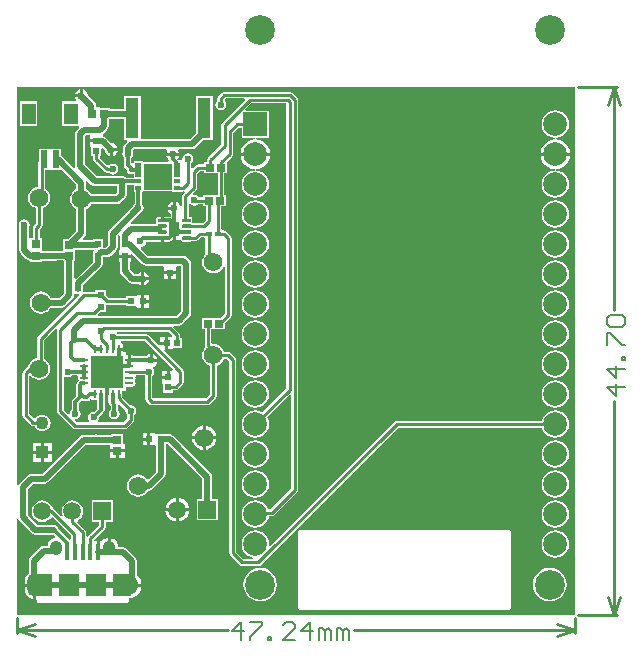
<source format=gtl>
G04*
G04 #@! TF.GenerationSoftware,Altium Limited,Altium Designer,20.0.2 (26)*
G04*
G04 Layer_Physical_Order=1*
G04 Layer_Color=255*
%FSLAX25Y25*%
%MOIN*%
G70*
G01*
G75*
%ADD15C,0.01000*%
%ADD17R,0.01968X0.01968*%
%ADD18R,0.02835X0.02717*%
%ADD19R,0.02362X0.01968*%
%ADD20R,0.01968X0.01968*%
%ADD21R,0.02756X0.02559*%
%ADD22R,0.02165X0.02362*%
%ADD23R,0.01968X0.02362*%
G04:AMPARAMS|DCode=24|XSize=9.42mil|YSize=28.7mil|CornerRadius=4.71mil|HoleSize=0mil|Usage=FLASHONLY|Rotation=90.000|XOffset=0mil|YOffset=0mil|HoleType=Round|Shape=RoundedRectangle|*
%AMROUNDEDRECTD24*
21,1,0.00942,0.01929,0,0,90.0*
21,1,0.00000,0.02870,0,0,90.0*
1,1,0.00942,0.00964,0.00000*
1,1,0.00942,0.00964,0.00000*
1,1,0.00942,-0.00964,0.00000*
1,1,0.00942,-0.00964,0.00000*
%
%ADD24ROUNDEDRECTD24*%
G04:AMPARAMS|DCode=25|XSize=28.7mil|YSize=9.42mil|CornerRadius=4.71mil|HoleSize=0mil|Usage=FLASHONLY|Rotation=90.000|XOffset=0mil|YOffset=0mil|HoleType=Round|Shape=RoundedRectangle|*
%AMROUNDEDRECTD25*
21,1,0.02870,0.00000,0,0,90.0*
21,1,0.01929,0.00942,0,0,90.0*
1,1,0.00942,0.00000,0.00964*
1,1,0.00942,0.00000,-0.00964*
1,1,0.00942,0.00000,-0.00964*
1,1,0.00942,0.00000,0.00964*
%
%ADD25ROUNDEDRECTD25*%
%ADD26R,0.00942X0.02870*%
%ADD27R,0.07087X0.07480*%
%ADD28R,0.01575X0.05315*%
%ADD29R,0.01968X0.01772*%
%ADD30C,0.01181*%
%ADD31R,0.03543X0.05118*%
%ADD32R,0.04331X0.13386*%
%ADD33R,0.01968X0.04724*%
%ADD34R,0.01968X0.01575*%
%ADD35R,0.09449X0.08701*%
%ADD36R,0.02816X0.02648*%
%ADD37R,0.02735X0.02617*%
%ADD38R,0.02648X0.02816*%
%ADD39R,0.04724X0.07087*%
%ADD40R,0.02362X0.06102*%
%ADD41R,0.02362X0.02165*%
%ADD42R,0.05858X0.07480*%
%ADD43R,0.05858X0.07480*%
%ADD47R,0.11024X0.11024*%
%ADD63C,0.06181*%
%ADD72C,0.04331*%
%ADD73R,0.04331X0.04331*%
%ADD75C,0.02000*%
%ADD76C,0.01200*%
%ADD77C,0.00600*%
%ADD78R,0.05906X0.05906*%
%ADD79C,0.05906*%
%ADD80O,0.04134X0.04921*%
%ADD81O,0.04523X0.07480*%
%ADD82O,0.04523X0.06080*%
%ADD83R,0.07874X0.07874*%
%ADD84C,0.07874*%
%ADD85C,0.09911*%
%ADD86C,0.02362*%
G36*
X286000Y500000D02*
Y324000D01*
X100000Y324000D01*
Y355790D01*
X100493Y355876D01*
X100847Y355346D01*
X105007Y351186D01*
X105536Y350832D01*
X106161Y350708D01*
X112252D01*
X112866Y350094D01*
X112687Y349566D01*
X112440Y349533D01*
X111694Y349224D01*
X111053Y348733D01*
X110561Y348092D01*
X110252Y347346D01*
X110204Y346981D01*
X108960D01*
X108336Y346857D01*
X107807Y346503D01*
X104483Y343179D01*
X104129Y342650D01*
X104005Y342026D01*
Y337978D01*
X103581Y337653D01*
X103059Y336972D01*
X102730Y336179D01*
X102618Y335327D01*
Y334348D01*
X105907D01*
Y333848D01*
X106407D01*
Y328948D01*
X106587Y328790D01*
Y328633D01*
X106777Y328174D01*
X107236Y327984D01*
X136764D01*
X137223Y328174D01*
X137413Y328633D01*
Y329459D01*
X138094D01*
X138554Y329649D01*
X138638Y329852D01*
X138944Y329892D01*
X139737Y330221D01*
X140419Y330744D01*
X140941Y331425D01*
X141270Y332218D01*
X141382Y333070D01*
Y333348D01*
X138093D01*
Y334349D01*
X141382D01*
Y334627D01*
X141270Y335479D01*
X140941Y336272D01*
X140419Y336953D01*
X139995Y337278D01*
Y342026D01*
X139871Y342650D01*
X139517Y343179D01*
X136671Y346026D01*
X136142Y346379D01*
X135517Y346503D01*
X133853D01*
Y346545D01*
X133748Y347346D01*
X133439Y348092D01*
X132947Y348733D01*
X132307Y349224D01*
X131561Y349533D01*
X131260Y349573D01*
Y346152D01*
X130260D01*
Y349573D01*
X129959Y349533D01*
X129213Y349224D01*
X128572Y348733D01*
X128417Y348530D01*
X127618D01*
Y344872D01*
X126618D01*
Y348530D01*
X125849D01*
X125751Y349029D01*
X129293Y352572D01*
X129536Y352936D01*
X129622Y353365D01*
X129622Y353365D01*
Y354947D01*
X132053D01*
Y362053D01*
X124947D01*
Y354947D01*
X127378D01*
Y353830D01*
X123766Y350217D01*
X123622Y350001D01*
X123122Y350153D01*
Y351500D01*
X123122Y351500D01*
X123036Y351929D01*
X122793Y352293D01*
X122793Y352293D01*
X120184Y354902D01*
X120246Y355213D01*
X120351Y355442D01*
X121034Y355966D01*
X121603Y356708D01*
X121961Y357573D01*
X122083Y358500D01*
X121961Y359427D01*
X121603Y360292D01*
X121034Y361034D01*
X120292Y361603D01*
X119427Y361961D01*
X118500Y362083D01*
X117573Y361961D01*
X116708Y361603D01*
X115966Y361034D01*
X115397Y360292D01*
X115039Y359427D01*
X114917Y358500D01*
X115039Y357573D01*
X115264Y357030D01*
X114840Y356746D01*
X112293Y359293D01*
X111929Y359536D01*
X111915Y359539D01*
X111603Y360292D01*
X111034Y361034D01*
X110292Y361603D01*
X109427Y361961D01*
X108500Y362083D01*
X107573Y361961D01*
X106708Y361603D01*
X105966Y361034D01*
X105397Y360292D01*
X105039Y359427D01*
X104917Y358500D01*
X105039Y357573D01*
X105397Y356708D01*
X105966Y355966D01*
X106708Y355397D01*
X107573Y355039D01*
X108500Y354917D01*
X109427Y355039D01*
X110292Y355397D01*
X111034Y355966D01*
X111341Y356366D01*
X112002Y356412D01*
X118032Y350382D01*
Y349096D01*
X117532Y348889D01*
X113958Y352463D01*
X113859Y352963D01*
X113505Y353493D01*
X112976Y353846D01*
X112351Y353971D01*
X106837D01*
X103631Y357176D01*
Y365824D01*
X105426Y367619D01*
X109250D01*
X109874Y367743D01*
X110404Y368096D01*
X122987Y380680D01*
X125547D01*
X125616Y380633D01*
X126311Y380495D01*
X127006Y380633D01*
X127075Y380680D01*
X131083D01*
Y379189D01*
X133500D01*
X135917D01*
Y381047D01*
X135517D01*
Y384269D01*
X131483D01*
Y383942D01*
X127075D01*
X127006Y383989D01*
X126311Y384127D01*
X125616Y383989D01*
X125547Y383942D01*
X122311D01*
X121687Y383818D01*
X121158Y383465D01*
X108574Y370881D01*
X104750D01*
X104126Y370757D01*
X103596Y370404D01*
X100847Y367653D01*
X100493Y367124D01*
X100000Y367210D01*
Y500000D01*
X286000Y500000D01*
D02*
G37*
%LPC*%
G36*
X121000Y499124D02*
X120649Y499055D01*
X119928Y498572D01*
X119446Y497851D01*
X119376Y497500D01*
X121000D01*
Y499124D01*
D02*
G37*
G36*
X106876Y495124D02*
X100951D01*
Y486837D01*
X106876D01*
Y495124D01*
D02*
G37*
G36*
X279500Y492076D02*
X278316Y491920D01*
X277212Y491463D01*
X276264Y490736D01*
X275537Y489788D01*
X275080Y488684D01*
X274924Y487500D01*
X275080Y486316D01*
X275537Y485212D01*
X276264Y484264D01*
X277212Y483537D01*
X278316Y483080D01*
X279230Y482959D01*
X279272Y482954D01*
Y482450D01*
X279230Y482444D01*
X278211Y482310D01*
X277010Y481812D01*
X275979Y481021D01*
X275187Y479990D01*
X274690Y478789D01*
X274586Y478000D01*
X284414D01*
X284310Y478789D01*
X283812Y479990D01*
X283021Y481021D01*
X281990Y481812D01*
X280789Y482310D01*
X279770Y482444D01*
X279728Y482450D01*
Y482954D01*
X279769Y482959D01*
X280684Y483080D01*
X281788Y483537D01*
X282736Y484264D01*
X283463Y485212D01*
X283920Y486316D01*
X284076Y487500D01*
X283920Y488684D01*
X283463Y489788D01*
X282736Y490736D01*
X281788Y491463D01*
X280684Y491920D01*
X279500Y492076D01*
D02*
G37*
G36*
X284414Y477000D02*
X274586D01*
X274690Y476211D01*
X275187Y475010D01*
X275979Y473979D01*
X277010Y473187D01*
X278211Y472690D01*
X279230Y472556D01*
X279272Y472550D01*
Y472046D01*
X279230Y472041D01*
X278316Y471920D01*
X277212Y471463D01*
X276264Y470736D01*
X275537Y469788D01*
X275080Y468684D01*
X274924Y467500D01*
X275080Y466316D01*
X275537Y465212D01*
X276264Y464264D01*
X277212Y463537D01*
X278316Y463080D01*
X279500Y462924D01*
X280684Y463080D01*
X281788Y463537D01*
X282736Y464264D01*
X283463Y465212D01*
X283920Y466316D01*
X284076Y467500D01*
X283920Y468684D01*
X283463Y469788D01*
X282736Y470736D01*
X281788Y471463D01*
X280684Y471920D01*
X279770Y472041D01*
X279728Y472046D01*
Y472550D01*
X279769Y472556D01*
X280789Y472690D01*
X281990Y473187D01*
X283021Y473979D01*
X283812Y475010D01*
X284310Y476211D01*
X284414Y477000D01*
D02*
G37*
G36*
X184414D02*
X174586D01*
X174690Y476211D01*
X175188Y475010D01*
X175979Y473979D01*
X177010Y473187D01*
X178211Y472690D01*
X179230Y472556D01*
X179272Y472550D01*
Y472046D01*
X179230Y472041D01*
X178316Y471920D01*
X177212Y471463D01*
X176264Y470736D01*
X175537Y469788D01*
X175080Y468684D01*
X174924Y467500D01*
X175080Y466316D01*
X175537Y465212D01*
X176264Y464264D01*
X177212Y463537D01*
X178316Y463080D01*
X179500Y462924D01*
X180684Y463080D01*
X181788Y463537D01*
X182736Y464264D01*
X183463Y465212D01*
X183920Y466316D01*
X184076Y467500D01*
X183920Y468684D01*
X183463Y469788D01*
X182736Y470736D01*
X181788Y471463D01*
X180684Y471920D01*
X179770Y472041D01*
X179728Y472046D01*
Y472550D01*
X179770Y472556D01*
X180789Y472690D01*
X181990Y473187D01*
X183021Y473979D01*
X183812Y475010D01*
X184310Y476211D01*
X184414Y477000D01*
D02*
G37*
G36*
X279500Y462076D02*
X278316Y461920D01*
X277212Y461463D01*
X276264Y460736D01*
X275537Y459788D01*
X275080Y458684D01*
X274924Y457500D01*
X275080Y456316D01*
X275537Y455212D01*
X276264Y454264D01*
X277212Y453537D01*
X278316Y453080D01*
X279500Y452924D01*
X280684Y453080D01*
X281788Y453537D01*
X282736Y454264D01*
X283463Y455212D01*
X283920Y456316D01*
X284076Y457500D01*
X283920Y458684D01*
X283463Y459788D01*
X282736Y460736D01*
X281788Y461463D01*
X280684Y461920D01*
X279500Y462076D01*
D02*
G37*
G36*
X179500D02*
X178316Y461920D01*
X177212Y461463D01*
X176264Y460736D01*
X175537Y459788D01*
X175080Y458684D01*
X174924Y457500D01*
X175080Y456316D01*
X175537Y455212D01*
X176264Y454264D01*
X177212Y453537D01*
X178316Y453080D01*
X179500Y452924D01*
X180684Y453080D01*
X181788Y453537D01*
X182736Y454264D01*
X183463Y455212D01*
X183920Y456316D01*
X184076Y457500D01*
X183920Y458684D01*
X183463Y459788D01*
X182736Y460736D01*
X181788Y461463D01*
X180684Y461920D01*
X179500Y462076D01*
D02*
G37*
G36*
X279500Y452076D02*
X278316Y451920D01*
X277212Y451463D01*
X276264Y450736D01*
X275537Y449788D01*
X275080Y448684D01*
X274924Y447500D01*
X275080Y446316D01*
X275537Y445212D01*
X276264Y444264D01*
X277212Y443537D01*
X278316Y443080D01*
X279500Y442924D01*
X280684Y443080D01*
X281788Y443537D01*
X282736Y444264D01*
X283463Y445212D01*
X283920Y446316D01*
X284076Y447500D01*
X283920Y448684D01*
X283463Y449788D01*
X282736Y450736D01*
X281788Y451463D01*
X280684Y451920D01*
X279500Y452076D01*
D02*
G37*
G36*
X179500D02*
X178316Y451920D01*
X177212Y451463D01*
X176264Y450736D01*
X175537Y449788D01*
X175080Y448684D01*
X174924Y447500D01*
X175080Y446316D01*
X175537Y445212D01*
X176264Y444264D01*
X177212Y443537D01*
X178316Y443080D01*
X179500Y442924D01*
X180684Y443080D01*
X181788Y443537D01*
X182736Y444264D01*
X183463Y445212D01*
X183920Y446316D01*
X184076Y447500D01*
X183920Y448684D01*
X183463Y449788D01*
X182736Y450736D01*
X181788Y451463D01*
X180684Y451920D01*
X179500Y452076D01*
D02*
G37*
G36*
X279500Y442076D02*
X278316Y441920D01*
X277212Y441463D01*
X276264Y440736D01*
X275537Y439788D01*
X275080Y438684D01*
X274924Y437500D01*
X275080Y436316D01*
X275537Y435212D01*
X276264Y434264D01*
X277212Y433537D01*
X278316Y433080D01*
X279500Y432924D01*
X280684Y433080D01*
X281788Y433537D01*
X282736Y434264D01*
X283463Y435212D01*
X283920Y436316D01*
X284076Y437500D01*
X283920Y438684D01*
X283463Y439788D01*
X282736Y440736D01*
X281788Y441463D01*
X280684Y441920D01*
X279500Y442076D01*
D02*
G37*
G36*
X179500D02*
X178316Y441920D01*
X177212Y441463D01*
X176264Y440736D01*
X175537Y439788D01*
X175080Y438684D01*
X174924Y437500D01*
X175080Y436316D01*
X175537Y435212D01*
X176264Y434264D01*
X177212Y433537D01*
X178316Y433080D01*
X179500Y432924D01*
X180684Y433080D01*
X181788Y433537D01*
X182736Y434264D01*
X183463Y435212D01*
X183920Y436316D01*
X184076Y437500D01*
X183920Y438684D01*
X183463Y439788D01*
X182736Y440736D01*
X181788Y441463D01*
X180684Y441920D01*
X179500Y442076D01*
D02*
G37*
G36*
X279500Y432076D02*
X278316Y431920D01*
X277212Y431463D01*
X276264Y430736D01*
X275537Y429788D01*
X275080Y428684D01*
X274924Y427500D01*
X275080Y426316D01*
X275537Y425212D01*
X276264Y424264D01*
X277212Y423537D01*
X278316Y423080D01*
X279500Y422924D01*
X280684Y423080D01*
X281788Y423537D01*
X282736Y424264D01*
X283463Y425212D01*
X283920Y426316D01*
X284076Y427500D01*
X283920Y428684D01*
X283463Y429788D01*
X282736Y430736D01*
X281788Y431463D01*
X280684Y431920D01*
X279500Y432076D01*
D02*
G37*
G36*
X179500D02*
X178316Y431920D01*
X177212Y431463D01*
X176264Y430736D01*
X175537Y429788D01*
X175080Y428684D01*
X174924Y427500D01*
X175080Y426316D01*
X175537Y425212D01*
X176264Y424264D01*
X177212Y423537D01*
X178316Y423080D01*
X179500Y422924D01*
X180684Y423080D01*
X181788Y423537D01*
X182736Y424264D01*
X183463Y425212D01*
X183920Y426316D01*
X184076Y427500D01*
X183920Y428684D01*
X183463Y429788D01*
X182736Y430736D01*
X181788Y431463D01*
X180684Y431920D01*
X179500Y432076D01*
D02*
G37*
G36*
X279500Y422076D02*
X278316Y421920D01*
X277212Y421463D01*
X276264Y420736D01*
X275537Y419788D01*
X275080Y418684D01*
X274924Y417500D01*
X275080Y416316D01*
X275537Y415212D01*
X276264Y414264D01*
X277212Y413537D01*
X278316Y413080D01*
X279500Y412924D01*
X280684Y413080D01*
X281788Y413537D01*
X282736Y414264D01*
X283463Y415212D01*
X283920Y416316D01*
X284076Y417500D01*
X283920Y418684D01*
X283463Y419788D01*
X282736Y420736D01*
X281788Y421463D01*
X280684Y421920D01*
X279500Y422076D01*
D02*
G37*
G36*
X179500D02*
X178316Y421920D01*
X177212Y421463D01*
X176264Y420736D01*
X175537Y419788D01*
X175080Y418684D01*
X174924Y417500D01*
X175080Y416316D01*
X175537Y415212D01*
X176264Y414264D01*
X177212Y413537D01*
X178316Y413080D01*
X179500Y412924D01*
X180684Y413080D01*
X181788Y413537D01*
X182736Y414264D01*
X183463Y415212D01*
X183920Y416316D01*
X184076Y417500D01*
X183920Y418684D01*
X183463Y419788D01*
X182736Y420736D01*
X181788Y421463D01*
X180684Y421920D01*
X179500Y422076D01*
D02*
G37*
G36*
X279500Y412076D02*
X278316Y411920D01*
X277212Y411463D01*
X276264Y410736D01*
X275537Y409788D01*
X275080Y408684D01*
X274924Y407500D01*
X275080Y406316D01*
X275537Y405212D01*
X276264Y404264D01*
X277212Y403537D01*
X278316Y403080D01*
X279500Y402924D01*
X280684Y403080D01*
X281788Y403537D01*
X282736Y404264D01*
X283463Y405212D01*
X283920Y406316D01*
X284076Y407500D01*
X283920Y408684D01*
X283463Y409788D01*
X282736Y410736D01*
X281788Y411463D01*
X280684Y411920D01*
X279500Y412076D01*
D02*
G37*
G36*
X179500D02*
X178316Y411920D01*
X177212Y411463D01*
X176264Y410736D01*
X175537Y409788D01*
X175080Y408684D01*
X174924Y407500D01*
X175080Y406316D01*
X175537Y405212D01*
X176264Y404264D01*
X177212Y403537D01*
X178316Y403080D01*
X179500Y402924D01*
X180684Y403080D01*
X181788Y403537D01*
X182736Y404264D01*
X183463Y405212D01*
X183920Y406316D01*
X184076Y407500D01*
X183920Y408684D01*
X183463Y409788D01*
X182736Y410736D01*
X181788Y411463D01*
X180684Y411920D01*
X179500Y412076D01*
D02*
G37*
G36*
X279500Y402076D02*
X278316Y401920D01*
X277212Y401463D01*
X276264Y400736D01*
X275537Y399788D01*
X275080Y398684D01*
X274924Y397500D01*
X275080Y396316D01*
X275537Y395212D01*
X276264Y394264D01*
X277212Y393537D01*
X278316Y393080D01*
X279500Y392924D01*
X280684Y393080D01*
X281788Y393537D01*
X282736Y394264D01*
X283463Y395212D01*
X283920Y396316D01*
X284076Y397500D01*
X283920Y398684D01*
X283463Y399788D01*
X282736Y400736D01*
X281788Y401463D01*
X280684Y401920D01*
X279500Y402076D01*
D02*
G37*
G36*
X179500D02*
X178316Y401920D01*
X177212Y401463D01*
X176264Y400736D01*
X175537Y399788D01*
X175080Y398684D01*
X174924Y397500D01*
X175080Y396316D01*
X175537Y395212D01*
X176264Y394264D01*
X177212Y393537D01*
X178316Y393080D01*
X179500Y392924D01*
X180684Y393080D01*
X181788Y393537D01*
X182736Y394264D01*
X183463Y395212D01*
X183920Y396316D01*
X184076Y397500D01*
X183920Y398684D01*
X183463Y399788D01*
X182736Y400736D01*
X181788Y401463D01*
X180684Y401920D01*
X179500Y402076D01*
D02*
G37*
G36*
X163000Y387060D02*
Y383500D01*
X166560D01*
X166485Y384068D01*
X166073Y385063D01*
X165417Y385917D01*
X164563Y386573D01*
X163568Y386985D01*
X163000Y387060D01*
D02*
G37*
G36*
X162000D02*
X161432Y386985D01*
X160437Y386573D01*
X159583Y385917D01*
X158927Y385063D01*
X158515Y384068D01*
X158440Y383500D01*
X162000D01*
Y387060D01*
D02*
G37*
G36*
X143532Y384484D02*
X142047D01*
Y383000D01*
X143532D01*
Y384484D01*
D02*
G37*
G36*
Y382000D02*
X142047D01*
Y380516D01*
X143532D01*
Y382000D01*
D02*
G37*
G36*
X166560Y382500D02*
X163000D01*
Y378940D01*
X163568Y379015D01*
X164563Y379427D01*
X165417Y380083D01*
X166073Y380937D01*
X166485Y381932D01*
X166560Y382500D01*
D02*
G37*
G36*
X162000D02*
X158440D01*
X158515Y381932D01*
X158927Y380937D01*
X159583Y380083D01*
X160437Y379427D01*
X161432Y379015D01*
X162000Y378940D01*
Y382500D01*
D02*
G37*
G36*
X111665Y381244D02*
X109000D01*
Y378579D01*
X111665D01*
Y381244D01*
D02*
G37*
G36*
X108000D02*
X105335D01*
Y378579D01*
X108000D01*
Y381244D01*
D02*
G37*
G36*
X135917Y378189D02*
X134000D01*
Y376331D01*
X135917D01*
Y378189D01*
D02*
G37*
G36*
X133000D02*
X131083D01*
Y376331D01*
X133000D01*
Y378189D01*
D02*
G37*
G36*
X111665Y377579D02*
X109000D01*
Y374913D01*
X111665D01*
Y377579D01*
D02*
G37*
G36*
X108000D02*
X105335D01*
Y374913D01*
X108000D01*
Y377579D01*
D02*
G37*
G36*
X279500Y382076D02*
X278316Y381920D01*
X277212Y381463D01*
X276264Y380736D01*
X275537Y379788D01*
X275080Y378684D01*
X274924Y377500D01*
X275080Y376316D01*
X275537Y375212D01*
X276264Y374264D01*
X277212Y373537D01*
X278316Y373080D01*
X279500Y372924D01*
X280684Y373080D01*
X281788Y373537D01*
X282736Y374264D01*
X283463Y375212D01*
X283920Y376316D01*
X284076Y377500D01*
X283920Y378684D01*
X283463Y379788D01*
X282736Y380736D01*
X281788Y381463D01*
X280684Y381920D01*
X279500Y382076D01*
D02*
G37*
G36*
X179500D02*
X178316Y381920D01*
X177212Y381463D01*
X176264Y380736D01*
X175537Y379788D01*
X175080Y378684D01*
X174924Y377500D01*
X175080Y376316D01*
X175537Y375212D01*
X176264Y374264D01*
X177212Y373537D01*
X178316Y373080D01*
X179500Y372924D01*
X180684Y373080D01*
X181788Y373537D01*
X182736Y374264D01*
X183463Y375212D01*
X183920Y376316D01*
X184076Y377500D01*
X183920Y378684D01*
X183463Y379788D01*
X182736Y380736D01*
X181788Y381463D01*
X180684Y381920D01*
X179500Y382076D01*
D02*
G37*
G36*
X279500Y372076D02*
X278316Y371920D01*
X277212Y371463D01*
X276264Y370736D01*
X275537Y369788D01*
X275080Y368684D01*
X274924Y367500D01*
X275080Y366316D01*
X275537Y365212D01*
X276264Y364264D01*
X277212Y363537D01*
X278316Y363080D01*
X279500Y362924D01*
X280684Y363080D01*
X281788Y363537D01*
X282736Y364264D01*
X283463Y365212D01*
X283920Y366316D01*
X284076Y367500D01*
X283920Y368684D01*
X283463Y369788D01*
X282736Y370736D01*
X281788Y371463D01*
X280684Y371920D01*
X279500Y372076D01*
D02*
G37*
G36*
X179500D02*
X178316Y371920D01*
X177212Y371463D01*
X176264Y370736D01*
X175537Y369788D01*
X175080Y368684D01*
X174924Y367500D01*
X175080Y366316D01*
X175537Y365212D01*
X176264Y364264D01*
X177212Y363537D01*
X178316Y363080D01*
X179500Y362924D01*
X180684Y363080D01*
X181788Y363537D01*
X182736Y364264D01*
X183463Y365212D01*
X183920Y366316D01*
X184076Y367500D01*
X183920Y368684D01*
X183463Y369788D01*
X182736Y370736D01*
X181788Y371463D01*
X180684Y371920D01*
X179500Y372076D01*
D02*
G37*
G36*
X154000Y362921D02*
Y359500D01*
X157421D01*
X157351Y360032D01*
X156953Y360993D01*
X156319Y361819D01*
X155493Y362453D01*
X154532Y362851D01*
X154000Y362921D01*
D02*
G37*
G36*
X153000D02*
X152468Y362851D01*
X151507Y362453D01*
X150681Y361819D01*
X150047Y360993D01*
X149649Y360032D01*
X149579Y359500D01*
X153000D01*
Y362921D01*
D02*
G37*
G36*
X122000Y499124D02*
Y497000D01*
X121500D01*
Y496500D01*
X119376D01*
X119446Y496149D01*
X119797Y495624D01*
X119551Y495124D01*
X115124D01*
Y486837D01*
X120662Y486837D01*
X120676D01*
D01*
X120730Y486837D01*
X120785Y486704D01*
X120938Y486337D01*
X119862Y485262D01*
X119509Y484732D01*
X119384Y484108D01*
Y473484D01*
X119472Y473042D01*
X119012Y472795D01*
X114929Y476878D01*
X114750Y476998D01*
Y479376D01*
X111187D01*
Y479376D01*
X110813D01*
Y479376D01*
X107250D01*
Y475152D01*
X107229Y475043D01*
X107229Y475043D01*
Y466687D01*
X106537Y466596D01*
X105639Y466224D01*
X104868Y465632D01*
X104276Y464861D01*
X103904Y463963D01*
X103778Y463000D01*
X103904Y462037D01*
X104276Y461139D01*
X104868Y460368D01*
X105639Y459776D01*
X106378Y459470D01*
Y454465D01*
X105707Y453793D01*
X105464Y453429D01*
X105378Y453000D01*
X105378Y453000D01*
Y449392D01*
X104576D01*
Y449392D01*
X104131Y449525D01*
Y453236D01*
X104178Y453305D01*
X104316Y454000D01*
X104178Y454695D01*
X103784Y455284D01*
X103195Y455678D01*
X102500Y455816D01*
X101805Y455678D01*
X101216Y455284D01*
X100822Y454695D01*
X100684Y454000D01*
X100822Y453305D01*
X100869Y453236D01*
Y445500D01*
X100993Y444876D01*
X101347Y444347D01*
X103194Y442499D01*
X103723Y442145D01*
X104348Y442021D01*
X104576D01*
Y441608D01*
X108424D01*
Y442021D01*
X113152D01*
X113336Y442058D01*
X115483D01*
Y441731D01*
X115869D01*
Y432524D01*
X115892Y432405D01*
Y431199D01*
X114324Y429631D01*
X111319D01*
X111224Y429861D01*
X110632Y430632D01*
X109861Y431224D01*
X108963Y431596D01*
X108000Y431722D01*
X107037Y431596D01*
X106139Y431224D01*
X105368Y430632D01*
X104776Y429861D01*
X104404Y428963D01*
X104278Y428000D01*
X104404Y427037D01*
X104776Y426139D01*
X105368Y425368D01*
X106139Y424776D01*
X107037Y424404D01*
X108000Y424278D01*
X108963Y424404D01*
X109861Y424776D01*
X110632Y425368D01*
X111224Y426139D01*
X111319Y426369D01*
X115000D01*
X115624Y426493D01*
X116154Y426847D01*
X118677Y429370D01*
X119031Y429899D01*
X119155Y430524D01*
Y431014D01*
X119820D01*
X119852Y430993D01*
X120476Y430869D01*
X120600Y430893D01*
X120846Y430432D01*
X107132Y416718D01*
X106889Y416354D01*
X106804Y415925D01*
X106804Y415925D01*
Y409631D01*
X106537Y409596D01*
X105639Y409224D01*
X104868Y408632D01*
X104276Y407861D01*
X103904Y406963D01*
X103899Y406921D01*
X103707Y406793D01*
X102207Y405293D01*
X101964Y404929D01*
X101878Y404500D01*
X101878Y404500D01*
Y390500D01*
X101878Y390500D01*
X101964Y390071D01*
X102207Y389707D01*
X104786Y387128D01*
X104786Y387128D01*
X105149Y386885D01*
X105579Y386800D01*
X105579Y386800D01*
X105971D01*
X106085Y386527D01*
X106528Y385949D01*
X107105Y385506D01*
X107778Y385227D01*
X108500Y385132D01*
X109222Y385227D01*
X109895Y385506D01*
X110472Y385949D01*
X110916Y386527D01*
X111194Y387199D01*
X111289Y387921D01*
X111194Y388643D01*
X110916Y389316D01*
X110472Y389894D01*
X109895Y390337D01*
X109222Y390615D01*
X108500Y390710D01*
X107778Y390615D01*
X107105Y390337D01*
X106528Y389894D01*
X106255Y389538D01*
X105641Y389445D01*
X104122Y390965D01*
Y403519D01*
X104622Y403689D01*
X104868Y403368D01*
X105639Y402776D01*
X106537Y402404D01*
X107500Y402278D01*
X108463Y402404D01*
X109361Y402776D01*
X110132Y403368D01*
X110724Y404139D01*
X111096Y405037D01*
X111222Y406000D01*
X111096Y406963D01*
X110724Y407861D01*
X110132Y408632D01*
X109361Y409224D01*
X109047Y409354D01*
Y415461D01*
X112939Y419353D01*
X113400Y419106D01*
X113378Y419000D01*
X113378Y419000D01*
Y391914D01*
X113378Y391914D01*
X113464Y391485D01*
X113707Y391121D01*
X118621Y386207D01*
X118621Y386207D01*
X118985Y385964D01*
X119414Y385878D01*
X136000D01*
X136000Y385878D01*
X136429Y385964D01*
X136793Y386207D01*
X138793Y388207D01*
X138793Y388207D01*
X139036Y388571D01*
X139122Y389000D01*
X139122Y389000D01*
Y390602D01*
X139284Y390711D01*
X139678Y391300D01*
X139816Y391995D01*
X139678Y392690D01*
X139284Y393279D01*
X138695Y393673D01*
X138000Y393811D01*
X137808Y393773D01*
X135059Y396522D01*
Y397462D01*
X135029Y397611D01*
Y398427D01*
X135080Y398488D01*
X136512D01*
Y399920D01*
X136573Y399971D01*
X138502D01*
X138920Y400054D01*
X139274Y400291D01*
X139511Y400645D01*
X139594Y401063D01*
X139511Y401481D01*
X139356Y401713D01*
X139306Y402047D01*
X139356Y402382D01*
X139511Y402614D01*
X139594Y403031D01*
X139525Y403378D01*
X139601Y403573D01*
X139825Y403878D01*
X142607D01*
X142716Y403716D01*
X142878Y403607D01*
Y396000D01*
X142878Y396000D01*
X142964Y395571D01*
X143207Y395207D01*
X144207Y394207D01*
X144207Y394207D01*
X144571Y393964D01*
X145000Y393879D01*
X163500D01*
X163500Y393878D01*
X163929Y393964D01*
X164293Y394207D01*
X166293Y396207D01*
X166293Y396207D01*
X166536Y396571D01*
X166622Y397000D01*
X166622Y397000D01*
Y406970D01*
X167361Y407276D01*
X168132Y407868D01*
X168724Y408639D01*
X169030Y409378D01*
X170035D01*
X170878Y408535D01*
Y344500D01*
X170878Y344500D01*
X170964Y344071D01*
X171207Y343707D01*
X174293Y340621D01*
X174293Y340621D01*
X174657Y340378D01*
X175086Y340293D01*
X175086Y340293D01*
X180538D01*
X180538Y340293D01*
X180967Y340378D01*
X181331Y340621D01*
X227088Y386379D01*
X275072D01*
X275080Y386316D01*
X275537Y385212D01*
X276264Y384264D01*
X277212Y383537D01*
X278316Y383080D01*
X279500Y382924D01*
X280684Y383080D01*
X281788Y383537D01*
X282736Y384264D01*
X283463Y385212D01*
X283920Y386316D01*
X284076Y387500D01*
X283920Y388684D01*
X283463Y389788D01*
X282736Y390736D01*
X281788Y391463D01*
X280684Y391920D01*
X279500Y392076D01*
X278316Y391920D01*
X277212Y391463D01*
X276264Y390736D01*
X275537Y389788D01*
X275080Y388684D01*
X275072Y388621D01*
X226624D01*
X226623Y388622D01*
X226194Y388536D01*
X225830Y388293D01*
X184480Y346943D01*
X184032Y347164D01*
X184076Y347500D01*
X183920Y348684D01*
X183463Y349788D01*
X182736Y350736D01*
X181788Y351463D01*
X180684Y351920D01*
X179500Y352076D01*
X178316Y351920D01*
X177212Y351463D01*
X176264Y350736D01*
X175537Y349788D01*
X175080Y348684D01*
X174924Y347500D01*
X175080Y346316D01*
X175537Y345212D01*
X176264Y344264D01*
X177212Y343537D01*
X178316Y343080D01*
X178650Y343036D01*
X178617Y342536D01*
X175550D01*
X173122Y344965D01*
Y409000D01*
X173122Y409000D01*
X173036Y409429D01*
X172793Y409793D01*
X171293Y411293D01*
X170929Y411536D01*
X170500Y411622D01*
X170500Y411622D01*
X169030D01*
X168724Y412361D01*
X168132Y413132D01*
X167361Y413724D01*
X166463Y414096D01*
X165500Y414222D01*
X165257Y414190D01*
X164881Y414520D01*
Y419121D01*
X169478D01*
Y421293D01*
X171293Y423108D01*
X171536Y423472D01*
X171622Y423902D01*
X171622Y423902D01*
Y449500D01*
X171622Y449500D01*
X171536Y449929D01*
X171293Y450293D01*
X169793Y451793D01*
X169429Y452036D01*
X169000Y452122D01*
X168561Y452281D01*
Y452486D01*
X168196D01*
Y460120D01*
X169848D01*
Y463879D01*
X169177D01*
Y471121D01*
X170218D01*
Y474880D01*
X170218Y474880D01*
X170218D01*
X170397Y475311D01*
X171793Y476707D01*
X171793Y476707D01*
X172036Y477071D01*
X172122Y477500D01*
Y484532D01*
X173968Y486378D01*
X174963D01*
Y482963D01*
X179341D01*
X179374Y482463D01*
X179148Y482433D01*
X178211Y482310D01*
X177010Y481812D01*
X175979Y481021D01*
X175188Y479990D01*
X174690Y478789D01*
X174586Y478000D01*
X184414D01*
X184310Y478789D01*
X183812Y479990D01*
X183021Y481021D01*
X181990Y481812D01*
X180789Y482310D01*
X179851Y482433D01*
X179626Y482463D01*
X179659Y482963D01*
X184037D01*
Y492037D01*
X176276D01*
X176085Y492499D01*
X178050Y494464D01*
X189878D01*
Y399465D01*
X181838Y391424D01*
X181788Y391463D01*
X180684Y391920D01*
X179500Y392076D01*
X178316Y391920D01*
X177212Y391463D01*
X176264Y390736D01*
X175537Y389788D01*
X175080Y388684D01*
X174924Y387500D01*
X175080Y386316D01*
X175537Y385212D01*
X176264Y384264D01*
X177212Y383537D01*
X178316Y383080D01*
X179500Y382924D01*
X180684Y383080D01*
X181788Y383537D01*
X182736Y384264D01*
X183463Y385212D01*
X183920Y386316D01*
X184076Y387500D01*
X183920Y388684D01*
X183463Y389788D01*
X183424Y389838D01*
X191016Y397430D01*
X191478Y397239D01*
Y366065D01*
X184472Y359059D01*
X183765D01*
X183463Y359788D01*
X182736Y360736D01*
X181788Y361463D01*
X180684Y361920D01*
X179500Y362076D01*
X178316Y361920D01*
X177212Y361463D01*
X176264Y360736D01*
X175537Y359788D01*
X175080Y358684D01*
X174924Y357500D01*
X175080Y356316D01*
X175537Y355212D01*
X176264Y354264D01*
X177212Y353537D01*
X178316Y353080D01*
X179500Y352924D01*
X180684Y353080D01*
X181788Y353537D01*
X182736Y354264D01*
X183463Y355212D01*
X183920Y356316D01*
X183986Y356816D01*
X184937D01*
X184937Y356816D01*
X185366Y356901D01*
X185730Y357144D01*
X193393Y364807D01*
X193393Y364807D01*
X193636Y365171D01*
X193722Y365600D01*
Y495663D01*
X193722Y495663D01*
X193636Y496092D01*
X193393Y496456D01*
X193393Y496456D01*
X191870Y497979D01*
X191506Y498222D01*
X191077Y498307D01*
X191077Y498307D01*
X169186D01*
X169186Y498307D01*
X168757Y498222D01*
X168393Y497979D01*
X167207Y496793D01*
X166964Y496429D01*
X166878Y496000D01*
X166878Y496000D01*
Y495393D01*
X166716Y495284D01*
X166322Y494695D01*
X166184Y494000D01*
X166322Y493305D01*
X166716Y492716D01*
X167305Y492322D01*
X168000Y492184D01*
X168695Y492322D01*
X169284Y492716D01*
X169678Y493305D01*
X169816Y494000D01*
X169678Y494695D01*
X169284Y495284D01*
X169395Y495809D01*
X169650Y496064D01*
X175825D01*
X176016Y495602D01*
X168457Y488043D01*
X168214Y487679D01*
X168128Y487250D01*
X168128Y487250D01*
Y480715D01*
X163707Y476293D01*
X163464Y475929D01*
X163378Y475500D01*
X163378Y475500D01*
Y474880D01*
X162522D01*
Y474122D01*
X160500D01*
X160500Y474122D01*
X160071Y474036D01*
X159707Y473793D01*
X158622Y472708D01*
X158122Y472915D01*
Y474607D01*
X158284Y474716D01*
X158678Y475305D01*
X158816Y476000D01*
X158678Y476695D01*
X158284Y477284D01*
X157695Y477678D01*
X157000Y477816D01*
X156305Y477678D01*
X155716Y477284D01*
X155322Y476695D01*
X155184Y476000D01*
X155201Y475914D01*
X154884Y475527D01*
X153913D01*
X153790Y475713D01*
X153573Y475929D01*
X154054Y476649D01*
X154124Y477000D01*
X149876D01*
X149945Y476649D01*
X150427Y475927D01*
X150794Y475682D01*
X150840Y475450D01*
X150550Y474950D01*
X142088D01*
Y475128D01*
X138920D01*
Y474657D01*
X138420Y474406D01*
X138224Y474552D01*
Y476175D01*
X138284Y476216D01*
X138678Y476805D01*
X138816Y477500D01*
X138678Y478195D01*
X138631Y478264D01*
Y478824D01*
X138957Y479150D01*
X149878D01*
X150145Y478650D01*
X149945Y478351D01*
X149876Y478000D01*
X154124D01*
X154054Y478351D01*
X153855Y478650D01*
X154122Y479150D01*
X158317D01*
X158941Y479274D01*
X159470Y479628D01*
X162050Y482207D01*
X165273D01*
Y496793D01*
X159742D01*
Y484514D01*
X157641Y482412D01*
X141258D01*
Y496793D01*
X135727D01*
Y492631D01*
X131008D01*
Y492924D01*
X127640D01*
Y493324D01*
X126455D01*
Y493676D01*
X126331Y494301D01*
X125977Y494830D01*
X123703Y497104D01*
X123555Y497851D01*
X123073Y498572D01*
X122351Y499055D01*
X122000Y499124D01*
D02*
G37*
G36*
X146016Y384484D02*
X144532D01*
Y382500D01*
Y380516D01*
X145837D01*
X146016Y380516D01*
X146337Y380149D01*
Y371644D01*
X143918Y369225D01*
X143419Y369258D01*
X143132Y369632D01*
X142361Y370224D01*
X141463Y370596D01*
X140500Y370722D01*
X139537Y370596D01*
X138639Y370224D01*
X137868Y369632D01*
X137276Y368861D01*
X136904Y367963D01*
X136778Y367000D01*
X136904Y366037D01*
X137276Y365139D01*
X137868Y364368D01*
X138639Y363776D01*
X139537Y363404D01*
X140500Y363278D01*
X141463Y363404D01*
X142361Y363776D01*
X143132Y364368D01*
X143724Y365139D01*
X143819Y365369D01*
X144000D01*
X144624Y365493D01*
X145153Y365846D01*
X149122Y369815D01*
X149476Y370344D01*
X149600Y370969D01*
Y380869D01*
X150324D01*
X161869Y369324D01*
Y362553D01*
X159947D01*
Y355447D01*
X167053D01*
Y362553D01*
X165131D01*
Y370000D01*
X165007Y370624D01*
X164654Y371153D01*
X152154Y383653D01*
X151624Y384007D01*
X151000Y384131D01*
X147968D01*
X147732Y384084D01*
X146516D01*
X146384Y384084D01*
X146016Y384402D01*
Y384484D01*
D02*
G37*
G36*
X157421Y358500D02*
X154000D01*
Y355079D01*
X154532Y355149D01*
X155493Y355547D01*
X156319Y356181D01*
X156953Y357007D01*
X157351Y357968D01*
X157421Y358500D01*
D02*
G37*
G36*
X153000D02*
X149579D01*
X149649Y357968D01*
X150047Y357007D01*
X150681Y356181D01*
X151507Y355547D01*
X152468Y355149D01*
X153000Y355079D01*
Y358500D01*
D02*
G37*
G36*
X279500Y362076D02*
X278316Y361920D01*
X277212Y361463D01*
X276264Y360736D01*
X275537Y359788D01*
X275080Y358684D01*
X274924Y357500D01*
X275080Y356316D01*
X275537Y355212D01*
X276264Y354264D01*
X277212Y353537D01*
X278316Y353080D01*
X279500Y352924D01*
X280684Y353080D01*
X281788Y353537D01*
X282736Y354264D01*
X283463Y355212D01*
X283920Y356316D01*
X284076Y357500D01*
X283920Y358684D01*
X283463Y359788D01*
X282736Y360736D01*
X281788Y361463D01*
X280684Y361920D01*
X279500Y362076D01*
D02*
G37*
G36*
Y352076D02*
X278316Y351920D01*
X277212Y351463D01*
X276264Y350736D01*
X275537Y349788D01*
X275080Y348684D01*
X274924Y347500D01*
X275080Y346316D01*
X275537Y345212D01*
X276264Y344264D01*
X277212Y343537D01*
X278316Y343080D01*
X279500Y342924D01*
X280684Y343080D01*
X281788Y343537D01*
X282736Y344264D01*
X283463Y345212D01*
X283920Y346316D01*
X284076Y347500D01*
X283920Y348684D01*
X283463Y349788D01*
X282736Y350736D01*
X281788Y351463D01*
X280684Y351920D01*
X279500Y352076D01*
D02*
G37*
G36*
X105408Y333348D02*
X102618D01*
Y332370D01*
X102730Y331518D01*
X103059Y330725D01*
X103581Y330044D01*
X104263Y329521D01*
X105056Y329192D01*
X105408Y329146D01*
Y333348D01*
D02*
G37*
G36*
X277650Y339599D02*
X276199Y339409D01*
X274848Y338849D01*
X273687Y337958D01*
X272797Y336798D01*
X272237Y335446D01*
X272046Y333996D01*
X272237Y332546D01*
X272797Y331194D01*
X273687Y330034D01*
X274848Y329143D01*
X276199Y328584D01*
X277650Y328393D01*
X279100Y328584D01*
X280451Y329143D01*
X281612Y330034D01*
X282502Y331194D01*
X283062Y332546D01*
X283253Y333996D01*
X283062Y335446D01*
X282502Y336798D01*
X281612Y337958D01*
X280451Y338849D01*
X279100Y339409D01*
X277650Y339599D01*
D02*
G37*
G36*
X181154D02*
X179703Y339409D01*
X178352Y338849D01*
X177191Y337958D01*
X176301Y336798D01*
X175741Y335446D01*
X175550Y333996D01*
X175741Y332546D01*
X176301Y331194D01*
X177191Y330034D01*
X178352Y329143D01*
X179703Y328584D01*
X181154Y328393D01*
X182604Y328584D01*
X183955Y329143D01*
X185116Y330034D01*
X186006Y331194D01*
X186566Y332546D01*
X186757Y333996D01*
X186566Y335446D01*
X186006Y336798D01*
X185116Y337958D01*
X183955Y338849D01*
X182604Y339409D01*
X181154Y339599D01*
D02*
G37*
G36*
X264067Y352323D02*
X194421D01*
X193962Y352133D01*
X193772Y351673D01*
Y326122D01*
X193962Y325663D01*
X194421Y325473D01*
X264067D01*
X264526Y325663D01*
X264716Y326122D01*
Y351673D01*
X264526Y352133D01*
X264067Y352323D01*
D02*
G37*
%LPD*%
G36*
X135727Y482207D02*
X136693D01*
X136900Y481707D01*
X135846Y480653D01*
X135493Y480124D01*
X135369Y479500D01*
Y478264D01*
X135322Y478195D01*
X135184Y477500D01*
X135322Y476805D01*
X135716Y476216D01*
X135776Y476175D01*
Y473784D01*
X135870Y473316D01*
X136135Y472919D01*
X136776Y472277D01*
Y472165D01*
X136870Y471697D01*
X137135Y471300D01*
X137532Y471035D01*
X138000Y470942D01*
X138920D01*
Y469649D01*
X136657D01*
X136653Y469654D01*
X136124Y470007D01*
X135500Y470131D01*
X126676D01*
X122647Y474160D01*
Y483432D01*
X123064Y483850D01*
X124417D01*
Y482500D01*
X126500D01*
Y481500D01*
X124417D01*
Y479819D01*
X124817D01*
Y476872D01*
X125455D01*
Y475923D01*
X125455Y475923D01*
X125541Y475494D01*
X125784Y475130D01*
X129207Y471707D01*
X129207Y471707D01*
X129571Y471464D01*
X130000Y471378D01*
X130000Y471378D01*
X130607D01*
X130716Y471216D01*
X131305Y470822D01*
X132000Y470684D01*
X132695Y470822D01*
X133284Y471216D01*
X133678Y471805D01*
X133816Y472500D01*
X133678Y473195D01*
X133284Y473784D01*
X132695Y474178D01*
X132000Y474316D01*
X131305Y474178D01*
X130716Y473784D01*
X130191Y473895D01*
X127714Y476372D01*
X127735Y476872D01*
X128183D01*
Y479205D01*
X128683Y479412D01*
X129321Y478774D01*
X129446Y478149D01*
X129928Y477427D01*
X130649Y476945D01*
X131000Y476876D01*
Y479000D01*
X131500D01*
Y479500D01*
X133624D01*
X133554Y479851D01*
X133072Y480573D01*
X132351Y481055D01*
X131500Y481224D01*
X131488Y481221D01*
X129737Y482972D01*
X129207Y483326D01*
X128583Y483450D01*
X128610Y483939D01*
X128656Y484244D01*
X128656Y484244D01*
X128781Y484327D01*
X128951Y484498D01*
X128951Y484498D01*
X129027Y484574D01*
X130154Y485700D01*
X130507Y486230D01*
X130631Y486854D01*
Y489076D01*
X131008D01*
Y489369D01*
X135727D01*
Y482207D01*
D02*
G37*
G36*
X119869Y467324D02*
Y465819D01*
X119639Y465724D01*
X118868Y465132D01*
X118276Y464361D01*
X117904Y463463D01*
X117778Y462500D01*
X117904Y461537D01*
X118276Y460639D01*
X118868Y459868D01*
X119639Y459276D01*
X119869Y459181D01*
Y451928D01*
X117160Y449219D01*
X115533D01*
Y445647D01*
X115483D01*
Y445320D01*
X113189D01*
X113189Y445320D01*
X113005Y445284D01*
X108424D01*
Y449392D01*
X107622D01*
Y452535D01*
X108293Y453207D01*
X108293Y453207D01*
X108536Y453571D01*
X108622Y454000D01*
Y459470D01*
X109361Y459776D01*
X110132Y460368D01*
X110724Y461139D01*
X111096Y462037D01*
X111222Y463000D01*
X111096Y463963D01*
X110724Y464861D01*
X110132Y465632D01*
X109472Y466139D01*
Y472073D01*
X110813D01*
Y472073D01*
X111187D01*
Y472073D01*
X114750D01*
Y472073D01*
X115011Y472182D01*
X119869Y467324D01*
D02*
G37*
G36*
X156054Y464866D02*
X155426Y464238D01*
X155183Y463874D01*
X155097Y463445D01*
X155097Y463445D01*
Y460185D01*
X154597Y460136D01*
X154554Y460351D01*
X154072Y461072D01*
X153351Y461555D01*
X153000Y461624D01*
Y459500D01*
X152500D01*
Y459000D01*
X150376D01*
X150445Y458649D01*
X150927Y457928D01*
X151277Y457694D01*
Y456925D01*
X151014Y456709D01*
X149545D01*
X149184Y456951D01*
X149063Y456975D01*
Y456048D01*
X149449Y456048D01*
X149603Y456028D01*
X149747Y455969D01*
X149870Y455874D01*
X149965Y455751D01*
X150024Y455607D01*
X150045Y455453D01*
X150024Y455299D01*
X149965Y455155D01*
X149870Y455032D01*
X149747Y454937D01*
X149603Y454877D01*
X149449Y454857D01*
Y454862D01*
X147087D01*
Y456043D01*
X148063Y456045D01*
Y456975D01*
X147942Y456951D01*
X147557Y456694D01*
X147085Y456693D01*
X146856Y456597D01*
X146627Y456502D01*
X146627Y456502D01*
X146626Y456501D01*
X146532Y456272D01*
X146437Y456043D01*
Y454862D01*
X146548Y454595D01*
X146284Y454131D01*
X143764D01*
X143695Y454178D01*
X143000Y454316D01*
X142305Y454178D01*
X142236Y454131D01*
X138145D01*
X137943Y454501D01*
X137925Y454617D01*
X141113Y457806D01*
X141195Y457822D01*
X141784Y458216D01*
X142178Y458805D01*
X142316Y459500D01*
X142178Y460195D01*
X141784Y460784D01*
X141727Y460822D01*
Y464872D01*
X142088D01*
Y465050D01*
X151912D01*
Y464872D01*
X155080D01*
Y464872D01*
X155454Y465177D01*
X155689Y465224D01*
X155736Y465255D01*
X156054Y464866D01*
D02*
G37*
G36*
X124846Y467346D02*
X125376Y466993D01*
X126000Y466869D01*
X133369D01*
Y464676D01*
X132824Y464131D01*
X124819D01*
X124724Y464361D01*
X124132Y465132D01*
X123361Y465724D01*
X123131Y465819D01*
Y468000D01*
X123131Y468000D01*
X123043Y468442D01*
X123504Y468689D01*
X124846Y467346D01*
D02*
G37*
G36*
X162522Y471121D02*
X166934D01*
Y463879D01*
X162152D01*
Y463122D01*
X160720D01*
X160528Y463409D01*
X159939Y463803D01*
X159244Y463941D01*
X158950Y463882D01*
X158703Y464343D01*
X159793Y465433D01*
X160036Y465797D01*
X160122Y466226D01*
X160122Y466226D01*
Y471035D01*
X160965Y471878D01*
X162522D01*
Y471121D01*
D02*
G37*
G36*
X155551Y456043D02*
X157913D01*
Y454862D01*
X155551Y454857D01*
X155397Y454877D01*
X155253Y454937D01*
X155130Y455032D01*
X155035Y455155D01*
X154976Y455299D01*
X154955Y455453D01*
X154976Y455607D01*
X155035Y455751D01*
X155130Y455874D01*
X155253Y455969D01*
X155397Y456028D01*
X155551Y456048D01*
Y456043D01*
D02*
G37*
G36*
X157959Y460841D02*
X158549Y460447D01*
X159244Y460309D01*
X159939Y460447D01*
X160528Y460841D01*
X160553Y460878D01*
X162152D01*
Y460120D01*
X163008D01*
Y455594D01*
X162054Y454640D01*
X158711D01*
X158563Y454862D01*
Y456043D01*
X158373Y456502D01*
X157913Y456693D01*
X157341D01*
Y460867D01*
X157841Y461019D01*
X157959Y460841D01*
D02*
G37*
G36*
X155551Y454075D02*
X157913D01*
Y452894D01*
X155551Y452889D01*
X155397Y452909D01*
X155253Y452968D01*
X155130Y453063D01*
X155035Y453186D01*
X154976Y453330D01*
X154955Y453484D01*
X154976Y453638D01*
X155035Y453782D01*
X155130Y453905D01*
X155253Y454000D01*
X155397Y454060D01*
X155551Y454080D01*
Y454075D01*
D02*
G37*
G36*
X149603Y454060D02*
X149747Y454000D01*
X149870Y453905D01*
X149965Y453782D01*
X150024Y453638D01*
X150045Y453484D01*
X150024Y453330D01*
X149965Y453186D01*
X149870Y453063D01*
X149747Y452968D01*
X149603Y452909D01*
X149449Y452889D01*
Y452894D01*
X147087D01*
Y454075D01*
X149449Y454080D01*
X149603Y454060D01*
D02*
G37*
G36*
X155551Y452106D02*
X157913D01*
Y450925D01*
X155551Y450920D01*
X155397Y450940D01*
X155253Y451000D01*
X155130Y451095D01*
X155035Y451218D01*
X154976Y451362D01*
X154955Y451516D01*
X154976Y451670D01*
X155035Y451814D01*
X155130Y451937D01*
X155253Y452032D01*
X155397Y452091D01*
X155551Y452111D01*
Y452106D01*
D02*
G37*
G36*
X149603Y452091D02*
X149747Y452032D01*
X149870Y451937D01*
X149965Y451814D01*
X150024Y451670D01*
X150045Y451516D01*
X150024Y451362D01*
X149965Y451218D01*
X149870Y451095D01*
X149747Y451000D01*
X149603Y450940D01*
X149449Y450920D01*
Y450925D01*
X147087D01*
Y452106D01*
X149449Y452111D01*
X149603Y452091D01*
D02*
G37*
G36*
X155551Y450138D02*
X157913D01*
Y448957D01*
X155551Y448952D01*
X155397Y448972D01*
X155253Y449031D01*
X155130Y449126D01*
X155035Y449249D01*
X154976Y449393D01*
X154955Y449547D01*
X154976Y449701D01*
X155035Y449845D01*
X155130Y449968D01*
X155253Y450063D01*
X155397Y450123D01*
X155551Y450143D01*
Y450138D01*
D02*
G37*
G36*
X153000Y448941D02*
X154495D01*
X154497Y448939D01*
X154520Y448854D01*
X154615Y448731D01*
X154691Y448687D01*
X154735Y448611D01*
X154858Y448516D01*
X154943Y448493D01*
X155005Y448431D01*
X155148Y448372D01*
X155236D01*
X155312Y448328D01*
X155466Y448308D01*
X155510Y448319D01*
X155553Y448302D01*
X157915Y448307D01*
X158144Y448403D01*
X158199Y448426D01*
X159479D01*
X159479Y448426D01*
X159908Y448511D01*
X160272Y448754D01*
X161397Y449878D01*
X162439D01*
Y449514D01*
X162902D01*
Y444378D01*
X162902Y444378D01*
X162940Y444187D01*
X162868Y444132D01*
X162276Y443361D01*
X161904Y442463D01*
X161778Y441500D01*
X161904Y440537D01*
X162276Y439639D01*
X162868Y438868D01*
X163639Y438276D01*
X164537Y437904D01*
X165500Y437778D01*
X166463Y437904D01*
X167361Y438276D01*
X168132Y438868D01*
X168724Y439639D01*
X168878Y440012D01*
X169378Y439913D01*
Y424366D01*
X167892Y422880D01*
X161782D01*
Y419121D01*
X162638D01*
Y413642D01*
X162638Y413642D01*
X162724Y413213D01*
X162820Y413069D01*
X162276Y412361D01*
X161904Y411463D01*
X161778Y410500D01*
X161904Y409537D01*
X162276Y408639D01*
X162868Y407868D01*
X163639Y407276D01*
X164378Y406970D01*
Y397465D01*
X163035Y396122D01*
X145465D01*
X145122Y396465D01*
Y403607D01*
X145284Y403716D01*
X145678Y404305D01*
X145816Y405000D01*
X145678Y405695D01*
X145402Y406108D01*
X145567Y406651D01*
X145633Y406664D01*
X146354Y407146D01*
X146836Y407867D01*
X146906Y408218D01*
X144781D01*
Y408718D01*
X144281D01*
Y410843D01*
X143930Y410773D01*
X143209Y410291D01*
X143122Y410160D01*
X139319D01*
X139076Y410323D01*
X138502Y410437D01*
X138038D01*
Y408937D01*
X137038D01*
Y410437D01*
X136573D01*
X136512Y410487D01*
Y411512D01*
X135487D01*
X135437Y411573D01*
Y412038D01*
X133937D01*
Y413038D01*
X135437D01*
Y413502D01*
X135323Y414076D01*
X134998Y414562D01*
X134511Y414888D01*
X134606Y415378D01*
X142535D01*
X152098Y405816D01*
X151906Y405354D01*
X151000D01*
Y403173D01*
X150500D01*
Y402673D01*
X148417D01*
Y400992D01*
X148817D01*
Y398046D01*
X152183D01*
Y398804D01*
X152925D01*
X152925Y398804D01*
X153354Y398889D01*
X153718Y399132D01*
X155293Y400707D01*
X155293Y400707D01*
X155536Y401071D01*
X155622Y401500D01*
X155622Y401500D01*
Y405000D01*
X155622Y405000D01*
X155536Y405429D01*
X155293Y405793D01*
X155293Y405793D01*
X149131Y411955D01*
X149322Y412417D01*
X149500D01*
Y414000D01*
X147819D01*
Y413920D01*
X147357Y413729D01*
X143793Y417293D01*
X143429Y417536D01*
X143000Y417622D01*
X143000Y417622D01*
X133530D01*
X133321Y417878D01*
X133533Y418378D01*
X150535D01*
X151831Y417083D01*
X151624Y416583D01*
X150500D01*
Y414500D01*
Y412417D01*
X152181D01*
Y412817D01*
X155128D01*
Y416183D01*
X154370D01*
Y417252D01*
X154370Y417252D01*
X154284Y417681D01*
X154041Y418045D01*
X154041Y418045D01*
X152217Y419869D01*
X152425Y420369D01*
X154000D01*
X154624Y420493D01*
X155154Y420847D01*
X157653Y423347D01*
X158007Y423876D01*
X158131Y424500D01*
Y441000D01*
X158007Y441624D01*
X157653Y442154D01*
X156685Y443122D01*
X156156Y443476D01*
X155532Y443600D01*
X143707D01*
X141401Y445906D01*
X141546Y446385D01*
X141851Y446445D01*
X142572Y446927D01*
X143054Y447649D01*
X143189Y448324D01*
X147047D01*
X147087Y448307D01*
X147556D01*
X147942Y448049D01*
X148063Y448025D01*
Y448957D01*
X147087D01*
Y450138D01*
X149449Y450143D01*
X149603Y450123D01*
X149747Y450063D01*
X149870Y449968D01*
X149965Y449845D01*
X150024Y449701D01*
X150045Y449547D01*
X150024Y449393D01*
X149965Y449249D01*
X149870Y449126D01*
X149747Y449031D01*
X149603Y448972D01*
X149449Y448952D01*
Y448957D01*
X149063D01*
Y448025D01*
X149184Y448049D01*
X149580Y448314D01*
X149655Y448324D01*
X150782D01*
X151250Y448417D01*
X151647Y448682D01*
X151906Y448941D01*
X152000D01*
Y452500D01*
X153000D01*
Y448941D01*
D02*
G37*
G36*
X138920Y464872D02*
X139280D01*
Y460827D01*
X139216Y460784D01*
X138822Y460195D01*
X138806Y460113D01*
X130847Y452153D01*
X130493Y451624D01*
X130369Y451000D01*
Y447176D01*
X129542Y446349D01*
X128584D01*
Y447232D01*
X128631Y447469D01*
X128584Y447705D01*
Y449053D01*
X127237D01*
X127000Y449100D01*
X126763Y449053D01*
X125416D01*
Y448942D01*
X122151D01*
X121959Y449404D01*
X122653Y450098D01*
X123007Y450628D01*
X123131Y451252D01*
Y459181D01*
X123361Y459276D01*
X124132Y459868D01*
X124724Y460639D01*
X124819Y460869D01*
X133500D01*
X134124Y460993D01*
X134653Y461346D01*
X136153Y462847D01*
X136507Y463376D01*
X136631Y464000D01*
Y467202D01*
X138920D01*
Y464872D01*
D02*
G37*
G36*
X125923Y445180D02*
X125880Y445116D01*
X125416D01*
Y443768D01*
X125369Y443532D01*
Y441676D01*
X119631Y435938D01*
X119131Y436145D01*
Y441731D01*
X119517D01*
Y445647D01*
X120004Y445680D01*
X125656D01*
X125923Y445180D01*
D02*
G37*
G36*
X134369Y450191D02*
Y447469D01*
X134416Y447232D01*
Y445884D01*
X134098Y445516D01*
X134016D01*
Y444031D01*
X136000D01*
X137984D01*
Y444055D01*
X138446Y444247D01*
X141878Y440815D01*
X142407Y440461D01*
X143032Y440337D01*
X148649D01*
X149016Y440016D01*
X149016Y439837D01*
Y438531D01*
X151000D01*
X152984D01*
Y439837D01*
X152984Y440016D01*
X153351Y440337D01*
X154856D01*
X154869Y440324D01*
Y425176D01*
X153324Y423631D01*
X127196D01*
X126989Y424131D01*
X127805Y424947D01*
X129781D01*
Y427063D01*
X130165Y427378D01*
X130165Y427378D01*
X136447D01*
Y426719D01*
X139484D01*
X139616Y426719D01*
X139984Y426401D01*
Y426319D01*
X141469D01*
Y428500D01*
Y430681D01*
X139984D01*
Y430599D01*
X139616Y430281D01*
X139484Y430281D01*
X136447D01*
Y429622D01*
X130630D01*
X129781Y430470D01*
Y432053D01*
X126219D01*
Y431590D01*
X122468D01*
X122447Y431586D01*
X122061Y431903D01*
Y432263D01*
X122108Y432500D01*
Y433801D01*
X128154Y439847D01*
X128507Y440376D01*
X128631Y441000D01*
Y442856D01*
X128862Y443086D01*
X130218D01*
X130842Y443210D01*
X131371Y443564D01*
X133153Y445346D01*
X133507Y445876D01*
X133631Y446500D01*
Y450188D01*
X133861Y450419D01*
X133907Y450447D01*
X134369Y450191D01*
D02*
G37*
G36*
X120455Y403276D02*
X120406Y403031D01*
X120489Y402614D01*
X120726Y402259D01*
X120547Y401778D01*
X120135Y401365D01*
X119870Y400968D01*
X119776Y400500D01*
Y397007D01*
X118635Y395865D01*
X118370Y395468D01*
X118277Y395000D01*
Y392325D01*
X118216Y392284D01*
X117822Y391695D01*
X117688Y391020D01*
X117604Y390963D01*
X117217Y390783D01*
X115622Y392379D01*
Y403178D01*
X116122Y403445D01*
X116305Y403322D01*
X117000Y403184D01*
X117695Y403322D01*
X118284Y403716D01*
X118325Y403777D01*
X120152D01*
X120455Y403276D01*
D02*
G37*
G36*
X124992Y395608D02*
Y395427D01*
X126808D01*
Y392706D01*
X125654Y391552D01*
X125583Y391566D01*
X124888Y391428D01*
X124299Y391034D01*
X123905Y390445D01*
X123767Y389750D01*
X123905Y389055D01*
X124195Y388621D01*
X123982Y388122D01*
X119879D01*
X119283Y388717D01*
X119463Y389104D01*
X119519Y389188D01*
X120195Y389322D01*
X120784Y389716D01*
X121178Y390305D01*
X121316Y391000D01*
X121178Y391695D01*
X120784Y392284D01*
X120723Y392325D01*
Y394493D01*
X121773Y395543D01*
X122032Y395370D01*
X122500Y395276D01*
X123500D01*
X123968Y395370D01*
X124365Y395635D01*
X124530Y395800D01*
X124992Y395608D01*
D02*
G37*
G36*
X130500Y394855D02*
X130745Y394671D01*
Y394531D01*
X130838Y394063D01*
X131103Y393666D01*
X131277Y393493D01*
Y392325D01*
X131216Y392284D01*
X130822Y391695D01*
X130684Y391000D01*
X130822Y390305D01*
X131216Y389716D01*
X131805Y389322D01*
X132500Y389184D01*
X133195Y389322D01*
X133784Y389716D01*
X134178Y390305D01*
X134316Y391000D01*
X134178Y391695D01*
X133784Y392284D01*
X133723Y392325D01*
Y393978D01*
X133773Y394023D01*
X134190Y394219D01*
X136222Y392187D01*
X136184Y391995D01*
X136322Y391300D01*
X136716Y390711D01*
X136878Y390602D01*
Y389465D01*
X135535Y388122D01*
X127183D01*
X126971Y388621D01*
X127260Y389055D01*
X127399Y389750D01*
X127384Y389822D01*
X128897Y391334D01*
X129162Y391731D01*
X129255Y392199D01*
Y394671D01*
X129500Y394855D01*
Y397462D01*
X130500D01*
Y394855D01*
D02*
G37*
%LPC*%
G36*
X133624Y478500D02*
X132000D01*
Y476876D01*
X132351Y476945D01*
X133072Y477427D01*
X133554Y478149D01*
X133624Y478500D01*
D02*
G37*
G36*
X152000Y461624D02*
X151649Y461555D01*
X150927Y461072D01*
X150445Y460351D01*
X150376Y460000D01*
X152000D01*
Y461624D01*
D02*
G37*
G36*
X149500Y416583D02*
X147819D01*
Y415000D01*
X149500D01*
Y416583D01*
D02*
G37*
G36*
X145282Y410843D02*
Y409219D01*
X146906D01*
X146836Y409570D01*
X146354Y410291D01*
X145633Y410773D01*
X145282Y410843D01*
D02*
G37*
G36*
X150000Y405354D02*
X148417D01*
Y403673D01*
X150000D01*
Y405354D01*
D02*
G37*
G36*
X142500Y438124D02*
Y436500D01*
X144124D01*
X144054Y436851D01*
X143572Y437572D01*
X142851Y438055D01*
X142500Y438124D01*
D02*
G37*
G36*
X152984Y437532D02*
X151500D01*
Y436047D01*
X152984D01*
Y437532D01*
D02*
G37*
G36*
X150500D02*
X149016D01*
Y436047D01*
X150500D01*
Y437532D01*
D02*
G37*
G36*
X144124Y435500D02*
X142500D01*
Y433876D01*
X142851Y433945D01*
X143572Y434427D01*
X144054Y435149D01*
X144124Y435500D01*
D02*
G37*
G36*
X137984Y443032D02*
X136000D01*
X134016D01*
Y441547D01*
X134369D01*
Y438500D01*
X134493Y437876D01*
X134846Y437347D01*
X137346Y434846D01*
X137876Y434493D01*
X138500Y434369D01*
X140516D01*
X141149Y433945D01*
X141500Y433876D01*
Y436000D01*
Y438124D01*
X141149Y438055D01*
X140516Y437631D01*
X139176D01*
X137631Y439176D01*
Y441547D01*
X137984D01*
Y443032D01*
D02*
G37*
G36*
X143953Y430681D02*
X142469D01*
Y429000D01*
X143953D01*
Y430681D01*
D02*
G37*
G36*
Y428000D02*
X142469D01*
Y426319D01*
X143953D01*
Y428000D01*
D02*
G37*
%LPD*%
D15*
X287000Y500000D02*
X300000D01*
X287000Y324000D02*
X300000D01*
X299000Y425496D02*
Y500000D01*
Y324000D02*
Y395304D01*
X297000Y494000D02*
X299000Y500000D01*
X301000Y494000D01*
X299000Y324000D02*
X301000Y330000D01*
X297000D02*
X299000Y324000D01*
X286000Y318000D02*
Y323000D01*
X100000Y318000D02*
Y323000D01*
X212494Y319000D02*
X286000D01*
X100000D02*
X170306D01*
X280000Y321000D02*
X286000Y319000D01*
X280000Y317000D02*
X286000Y319000D01*
X100000D02*
X106000Y317000D01*
X100000Y319000D02*
X106000Y321000D01*
X111500Y358500D02*
X119153Y350847D01*
X108500Y358500D02*
X111500D01*
X126577Y475923D02*
X130000Y472500D01*
X132000D01*
X126577Y475923D02*
Y478577D01*
X126500Y478653D02*
X126577Y478577D01*
X164024Y444378D02*
Y451000D01*
Y444378D02*
X165500Y442902D01*
Y441500D02*
Y442902D01*
X169186Y497186D02*
X191077D01*
X168000Y496000D02*
X169186Y497186D01*
X168000Y494000D02*
Y496000D01*
X184937Y357937D02*
X192600Y365600D01*
Y495663D01*
X191077Y497186D02*
X192600Y495663D01*
X169250Y487250D02*
X177586Y495586D01*
X169250Y480250D02*
Y487250D01*
X177586Y495586D02*
X190414D01*
X191000Y495000D01*
X164500Y475500D02*
X169250Y480250D01*
X191000Y399000D02*
Y495000D01*
X159000Y466226D02*
Y471500D01*
X156219Y463445D02*
X159000Y466226D01*
Y471500D02*
X160500Y473000D01*
X159244Y462125D02*
X159369Y462000D01*
X164130D01*
X156219Y455671D02*
Y463445D01*
Y455671D02*
X156437Y455453D01*
X157000Y468000D02*
Y476000D01*
X155260Y466260D02*
X157000Y468000D01*
X160500Y473000D02*
X164500D01*
X153496Y466260D02*
X155260D01*
X180538Y341414D02*
X226623Y387500D01*
X175086Y341414D02*
X180538D01*
X226623Y387500D02*
X279500D01*
X179500Y357500D02*
X179937Y357937D01*
X184937D01*
X167075Y451000D02*
Y461205D01*
X171000Y484997D02*
X173503Y487500D01*
X171000Y477500D02*
Y484997D01*
X168240Y474740D02*
X171000Y477500D01*
X169000Y451000D02*
X170500Y449500D01*
Y423902D02*
Y449500D01*
X167598Y421000D02*
X170500Y423902D01*
X153248Y414500D02*
Y417252D01*
X151000Y419500D02*
X153248Y417252D01*
X129000Y419500D02*
X151000D01*
X128041Y418541D02*
X129000Y419500D01*
X130000Y412538D02*
Y414000D01*
X128041Y415959D02*
X130000Y414000D01*
X128041Y415959D02*
Y418541D01*
X125772Y424500D02*
X127803Y426532D01*
X120000Y424500D02*
X125772D01*
X114500Y419000D02*
X120000Y424500D01*
X114500Y391914D02*
Y419000D01*
Y391914D02*
X119414Y387000D01*
X119153Y345160D02*
Y350847D01*
X122000Y344872D02*
Y351500D01*
X118500Y355000D02*
X122000Y351500D01*
X118500Y355000D02*
Y358500D01*
X172000Y344500D02*
X175086Y341414D01*
X172000Y344500D02*
Y409000D01*
X165500Y410500D02*
X170500D01*
X172000Y409000D01*
X164500Y473000D02*
Y475500D01*
X168240Y473000D02*
Y474740D01*
X179500Y387500D02*
X191000Y399000D01*
X173503Y487500D02*
X179500D01*
X164130Y455130D02*
Y462000D01*
X162519Y453519D02*
X164130Y455130D01*
X156472Y453519D02*
X162519D01*
X163760Y413642D02*
Y421000D01*
Y413642D02*
X165500Y411902D01*
Y410500D02*
Y411902D01*
X167075Y451000D02*
X169000D01*
X167500Y421000D02*
X167598D01*
X167075Y461205D02*
X167870Y462000D01*
X166976Y451000D02*
X167075D01*
X168055Y472815D02*
X168240Y473000D01*
X168055Y462185D02*
Y472815D01*
X167870Y462000D02*
X168055Y462185D01*
X124559Y349424D02*
X128500Y353365D01*
X124559Y344872D02*
Y349424D01*
X128500Y353365D02*
Y358500D01*
X119153Y345160D02*
X119441Y344872D01*
X119414Y387000D02*
X136000D01*
X138000Y389000D02*
Y391995D01*
X136000Y387000D02*
X138000Y389000D01*
X127803Y426532D02*
X128000D01*
X122468Y430469D02*
X128000D01*
X107925Y415925D02*
X122468Y430469D01*
X107925Y406425D02*
Y415925D01*
X165500Y397000D02*
Y410500D01*
X163500Y395000D02*
X165500Y397000D01*
X145000Y395000D02*
X163500D01*
X144000Y396000D02*
Y405000D01*
Y396000D02*
X145000Y395000D01*
X150500Y399925D02*
X152925D01*
X154500Y401500D02*
Y405000D01*
X143000Y416500D02*
X154500Y405000D01*
X132000Y416500D02*
X143000D01*
X152925Y399925D02*
X154500Y401500D01*
X150500Y399827D02*
Y399925D01*
X153248Y414500D02*
X153347D01*
X133937Y396058D02*
X138000Y391995D01*
X133937Y396058D02*
Y397462D01*
X137538Y405000D02*
X144000D01*
X131968Y416468D02*
X132000Y416500D01*
X131968Y412538D02*
Y416468D01*
X104500Y406000D02*
X107500D01*
X103000Y404500D02*
X104500Y406000D01*
X107500D02*
X107925Y406425D01*
X103000Y390500D02*
Y404500D01*
Y390500D02*
X105579Y387921D01*
X108500D01*
X130165Y428500D02*
X138031D01*
X128197Y430469D02*
X130165Y428500D01*
X128000Y430469D02*
X128197D01*
X106500Y453000D02*
X107500Y454000D01*
X106500Y447384D02*
Y453000D01*
X107500Y454000D02*
Y463000D01*
X160932Y451000D02*
X164024D01*
X159479Y449547D02*
X160932Y451000D01*
X156437Y449547D02*
X159479D01*
X156437Y453484D02*
X156472Y453519D01*
X108350Y475043D02*
X109031Y475724D01*
X108350Y463850D02*
Y475043D01*
X107500Y463000D02*
X108350Y463850D01*
D17*
X144032Y382500D02*
D03*
X147968D02*
D03*
D18*
X133500Y382311D02*
D03*
Y378689D02*
D03*
X117500Y443689D02*
D03*
D19*
X128000Y430469D02*
D03*
Y426532D02*
D03*
D20*
X151000Y438031D02*
D03*
Y441968D02*
D03*
X136000Y443532D02*
D03*
Y447469D02*
D03*
X127000D02*
D03*
Y443532D02*
D03*
D21*
X163760Y421000D02*
D03*
X167500D02*
D03*
X164500Y473000D02*
D03*
X168240D02*
D03*
X164130Y462000D02*
D03*
X167870D02*
D03*
D22*
X150500Y403173D02*
D03*
Y399827D02*
D03*
X126500Y482000D02*
D03*
Y478653D02*
D03*
D23*
X138031Y428500D02*
D03*
X141969D02*
D03*
D24*
X122462Y401063D02*
D03*
Y403031D02*
D03*
Y405000D02*
D03*
Y406968D02*
D03*
Y408937D02*
D03*
X137538D02*
D03*
Y406968D02*
D03*
Y405000D02*
D03*
Y403031D02*
D03*
Y401063D02*
D03*
D25*
X126063Y412538D02*
D03*
X128032D02*
D03*
X130000D02*
D03*
X131968D02*
D03*
X133937D02*
D03*
Y397462D02*
D03*
X131968D02*
D03*
X130000D02*
D03*
X128032D02*
D03*
D26*
X126063D02*
D03*
D27*
X117472Y333848D02*
D03*
X126528D02*
D03*
D28*
X127118Y344872D02*
D03*
X124559D02*
D03*
X122000D02*
D03*
X119441D02*
D03*
X116882D02*
D03*
D29*
X164024Y451000D02*
D03*
X166976D02*
D03*
X120476Y432500D02*
D03*
X117524D02*
D03*
D30*
X148563Y455453D02*
D03*
Y453484D02*
D03*
Y451516D02*
D03*
Y449547D02*
D03*
X156437D02*
D03*
Y451516D02*
D03*
Y453484D02*
D03*
Y455453D02*
D03*
D31*
X152500Y452500D02*
D03*
D32*
X138492Y489500D02*
D03*
X162508D02*
D03*
D33*
X140504Y472165D02*
D03*
X153496D02*
D03*
D34*
X140504Y468425D02*
D03*
Y466260D02*
D03*
X153496D02*
D03*
Y468425D02*
D03*
D35*
X147000Y470000D02*
D03*
D36*
X129000Y491000D02*
D03*
X125232D02*
D03*
D37*
X117500Y447311D02*
D03*
D38*
X106500Y447384D02*
D03*
Y443616D02*
D03*
D39*
X103913Y490980D02*
D03*
X118087D02*
D03*
D40*
X109031Y475724D02*
D03*
X112969D02*
D03*
D41*
X150000Y414500D02*
D03*
X153347D02*
D03*
D42*
X108835Y333848D02*
D03*
D43*
X135165Y333848D02*
D03*
D47*
X130000Y405000D02*
D03*
D63*
X140500Y367000D02*
D03*
X165500Y410500D02*
D03*
X162500Y383000D02*
D03*
X107500Y406000D02*
D03*
X165500Y441500D02*
D03*
X121500Y462500D02*
D03*
X107500Y463000D02*
D03*
X108000Y428000D02*
D03*
D72*
X108500Y387921D02*
D03*
D73*
Y378079D02*
D03*
D75*
X163500Y359000D02*
Y370000D01*
X151000Y382500D02*
X163500Y370000D01*
X147968Y382500D02*
X151000D01*
X144000Y367000D02*
X147968Y370969D01*
X140500Y367000D02*
X144000D01*
X147968Y370969D02*
Y382500D01*
X105907Y333848D02*
X117472D01*
X105636Y334120D02*
X105907Y333848D01*
X126528D02*
X138093D01*
X117472D02*
X126528D01*
X127118Y344872D02*
X135517D01*
X126500Y481902D02*
Y482000D01*
Y481902D02*
X126583Y481819D01*
X128583D01*
X131402Y479000D01*
X131500D01*
X137000Y477500D02*
Y479500D01*
X138281Y480781D02*
X158317D01*
X137000Y479500D02*
X138281Y480781D01*
X126000Y468500D02*
X135000D01*
X121016Y473484D02*
X126000Y468500D01*
X121016Y473484D02*
Y484108D01*
X138500Y436000D02*
X142000D01*
X136000Y438500D02*
X138500Y436000D01*
X136000Y438500D02*
Y443532D01*
X125147Y491000D02*
X125232D01*
X124824Y491324D02*
X125147Y491000D01*
X124824Y491324D02*
Y493676D01*
X121500Y497000D02*
X124824Y493676D01*
X112438Y345350D02*
X113240Y346152D01*
X108960Y345350D02*
X112438D01*
X105636Y342026D02*
X108960Y345350D01*
X105636Y334120D02*
Y342026D01*
X135517Y344872D02*
X138364Y342026D01*
Y334120D02*
Y342026D01*
X138093Y333848D02*
X138364Y334120D01*
X106500Y443652D02*
X113152D01*
X104348D02*
X106500D01*
X143032Y441968D02*
X151000D01*
X137531Y447469D02*
X143032Y441968D01*
X136000Y447469D02*
X137531D01*
X113189Y443689D02*
X117500D01*
X113152Y443652D02*
X113189Y443689D01*
X106500Y443616D02*
Y443652D01*
X158317Y480781D02*
X162508Y484972D01*
X122024Y422000D02*
X154000D01*
X119069Y419045D02*
X122024Y422000D01*
X119069Y415569D02*
Y419045D01*
X106161Y352339D02*
X112351D01*
X131968Y406968D02*
X134968D01*
X130000Y405000D02*
X131968Y406968D01*
X119000Y415500D02*
X119069Y415569D01*
X152500Y451266D02*
Y452500D01*
Y453287D01*
X155532Y441968D02*
X156500Y441000D01*
Y424500D02*
Y441000D01*
X154000Y422000D02*
X156500Y424500D01*
X102000Y356500D02*
X106161Y352339D01*
X102000Y356500D02*
Y366500D01*
X104750Y369250D02*
X109250D01*
X102000Y366500D02*
X104750Y369250D01*
X122311Y382311D02*
X126311D01*
X109250Y369250D02*
X122311Y382311D01*
X126311D02*
X133500D01*
X144563Y408937D02*
X144781Y408718D01*
X151000Y441968D02*
X155532D01*
X102500Y445500D02*
X104348Y443652D01*
X102500Y445500D02*
Y454000D01*
X132000Y451000D02*
X140500Y459500D01*
X132000Y446500D02*
Y451000D01*
X130218Y444718D02*
X132000Y446500D01*
X128186Y444718D02*
X130218D01*
X127000Y443532D02*
X128186Y444718D01*
X127000Y441000D02*
Y443532D01*
X120476Y434476D02*
X127000Y441000D01*
X120476Y432500D02*
Y434476D01*
X117559Y447311D02*
X126842D01*
X127000Y447469D01*
X117524Y430524D02*
Y432500D01*
X115000Y428000D02*
X117524Y430524D01*
X108000Y428000D02*
X115000D01*
X117500Y432524D02*
Y443689D01*
Y432524D02*
X117524Y432500D01*
X121500Y451252D02*
Y462500D01*
X117559Y447311D02*
X121500Y451252D01*
X143000Y452500D02*
X147579D01*
X138000D02*
X143000D01*
X136000Y450500D02*
X138000Y452500D01*
X136000Y447469D02*
Y450500D01*
X140500Y459500D02*
X140504Y459504D01*
X121500Y462500D02*
X133500D01*
X135000Y464000D02*
Y468500D01*
X133500Y462500D02*
X135000Y464000D01*
Y468500D02*
X135500D01*
X135425Y468425D02*
X135500Y468500D01*
X129000Y486854D02*
Y491000D01*
X127627Y485481D02*
X129000Y486854D01*
X122389Y485481D02*
X127627D01*
X121016Y484108D02*
X122389Y485481D01*
X113776Y475724D02*
X121500Y468000D01*
Y462500D02*
Y468000D01*
X112969Y475724D02*
X113776D01*
X140504Y472165D02*
X140520Y472181D01*
X162508Y484972D02*
Y489500D01*
X129000Y491000D02*
X137327D01*
X138492Y489835D01*
Y489500D02*
Y489835D01*
D76*
X130000Y402000D02*
X134968Y406968D01*
X148563Y455486D02*
X151014D01*
X152500Y453287D02*
X154272Y451516D01*
X137000Y473784D02*
Y477500D01*
Y473784D02*
X138000Y472784D01*
Y472165D02*
Y472784D01*
X148563Y449547D02*
X150782D01*
X142047D02*
X148563D01*
X150782D02*
X152500Y451266D01*
X141000Y448500D02*
X142047Y449547D01*
X124509Y397509D02*
X126016D01*
X123500Y396500D02*
X124509Y397509D01*
X122500Y396500D02*
X123500D01*
X122462Y403031D02*
Y405000D01*
X117000D02*
X122462D01*
X152000Y475772D02*
X152924Y474848D01*
X152000Y475772D02*
Y477500D01*
X152924Y472737D02*
X153496Y472165D01*
X152924Y472737D02*
Y474848D01*
X154272Y451516D02*
X156437D01*
X112351Y352339D02*
X116882Y347809D01*
Y344872D02*
Y347809D01*
X134968Y406968D02*
X137538D01*
X133937Y408000D02*
X134968Y406968D01*
X133937Y408000D02*
Y412538D01*
X130000Y397462D02*
Y402000D01*
X119063Y408937D02*
X122462D01*
X118000Y410000D02*
X119063Y408937D01*
X118000Y410000D02*
Y414500D01*
X119000Y415500D01*
X123007D01*
X152500Y454000D02*
Y459500D01*
X151014Y455486D02*
X152500Y454000D01*
X121000Y398000D02*
Y400500D01*
Y396500D02*
Y398000D01*
X119500Y395000D02*
X121000Y396500D01*
X119500Y391000D02*
Y395000D01*
X121000Y400500D02*
X121563Y401063D01*
X137538Y408937D02*
X144563D01*
X132500Y391000D02*
Y394000D01*
X131968Y394531D02*
X132500Y394000D01*
X131968Y394531D02*
Y397462D01*
X137538Y406968D02*
Y408937D01*
X128032Y392199D02*
Y397462D01*
X125583Y389750D02*
X128032Y392199D01*
X122462Y405000D02*
Y406968D01*
X121000Y398000D02*
X122500Y396500D01*
X121563Y401063D02*
X122462D01*
X123007Y415500D02*
X125969Y412538D01*
X126063D02*
X128032D01*
X147579Y452500D02*
X148563Y451516D01*
X147579Y452500D02*
X148563Y453484D01*
X140504Y459504D02*
Y466260D01*
X135425Y468425D02*
X140504D01*
X138000Y472165D02*
X140504D01*
D77*
X302599Y399903D02*
X296601D01*
X299600Y396904D01*
Y400903D01*
X302599Y405901D02*
X296601D01*
X299600Y402902D01*
Y406901D01*
X302599Y408900D02*
X301599D01*
Y409900D01*
X302599D01*
Y408900D01*
X296601Y413899D02*
Y417898D01*
X297601D01*
X301599Y413899D01*
X302599D01*
X297601Y419897D02*
X296601Y420897D01*
Y422896D01*
X297601Y423896D01*
X301599D01*
X302599Y422896D01*
Y420897D01*
X301599Y419897D01*
X297601D01*
X174905Y315401D02*
Y321399D01*
X171906Y318400D01*
X175905D01*
X177904Y321399D02*
X181903D01*
Y320399D01*
X177904Y316401D01*
Y315401D01*
X183902D02*
Y316401D01*
X184902D01*
Y315401D01*
X183902D01*
X192900D02*
X188901D01*
X192900Y319400D01*
Y320399D01*
X191900Y321399D01*
X189901D01*
X188901Y320399D01*
X197898Y315401D02*
Y321399D01*
X194899Y318400D01*
X198898D01*
X200897Y315401D02*
Y319400D01*
X201897D01*
X202896Y318400D01*
Y315401D01*
Y318400D01*
X203896Y319400D01*
X204896Y318400D01*
Y315401D01*
X206895D02*
Y319400D01*
X207895D01*
X208894Y318400D01*
Y315401D01*
Y318400D01*
X209894Y319400D01*
X210894Y318400D01*
Y315401D01*
D78*
X128500Y358500D02*
D03*
X163500Y359000D02*
D03*
D79*
X118500Y358500D02*
D03*
X108500D02*
D03*
X153500Y359000D02*
D03*
D80*
X113240Y346152D02*
D03*
X130760D02*
D03*
D81*
X105907Y333848D02*
D03*
D82*
X138093D02*
D03*
D83*
X179500Y487500D02*
D03*
D84*
Y477500D02*
D03*
Y467500D02*
D03*
Y457500D02*
D03*
Y447500D02*
D03*
Y437500D02*
D03*
Y427500D02*
D03*
Y417500D02*
D03*
Y407500D02*
D03*
Y397500D02*
D03*
Y387500D02*
D03*
Y377500D02*
D03*
Y367500D02*
D03*
Y357500D02*
D03*
Y347500D02*
D03*
X279500Y487500D02*
D03*
Y477500D02*
D03*
Y467500D02*
D03*
Y457500D02*
D03*
Y447500D02*
D03*
Y437500D02*
D03*
Y427500D02*
D03*
Y417500D02*
D03*
Y407500D02*
D03*
Y397500D02*
D03*
Y387500D02*
D03*
Y377500D02*
D03*
Y367500D02*
D03*
Y357500D02*
D03*
Y347500D02*
D03*
D85*
X181154Y333996D02*
D03*
X277650D02*
D03*
Y518839D02*
D03*
X181154D02*
D03*
D86*
X137000Y477500D02*
D03*
X132000Y472500D02*
D03*
X131500Y479000D02*
D03*
X142000Y436000D02*
D03*
X121500Y497000D02*
D03*
X141000Y448500D02*
D03*
X168000Y494000D02*
D03*
X159244Y462125D02*
D03*
X157000Y476000D02*
D03*
X117000Y405000D02*
D03*
X152000Y477500D02*
D03*
X119000Y415500D02*
D03*
X152500Y459500D02*
D03*
X126311Y382311D02*
D03*
X119500Y391000D02*
D03*
X128041Y418541D02*
D03*
X144781Y408718D02*
D03*
X138000Y391995D02*
D03*
X132500Y391000D02*
D03*
X144000Y405000D02*
D03*
X132000Y416500D02*
D03*
X125583Y389750D02*
D03*
X102500Y454000D02*
D03*
X143000Y452500D02*
D03*
X140500Y459500D02*
D03*
M02*

</source>
